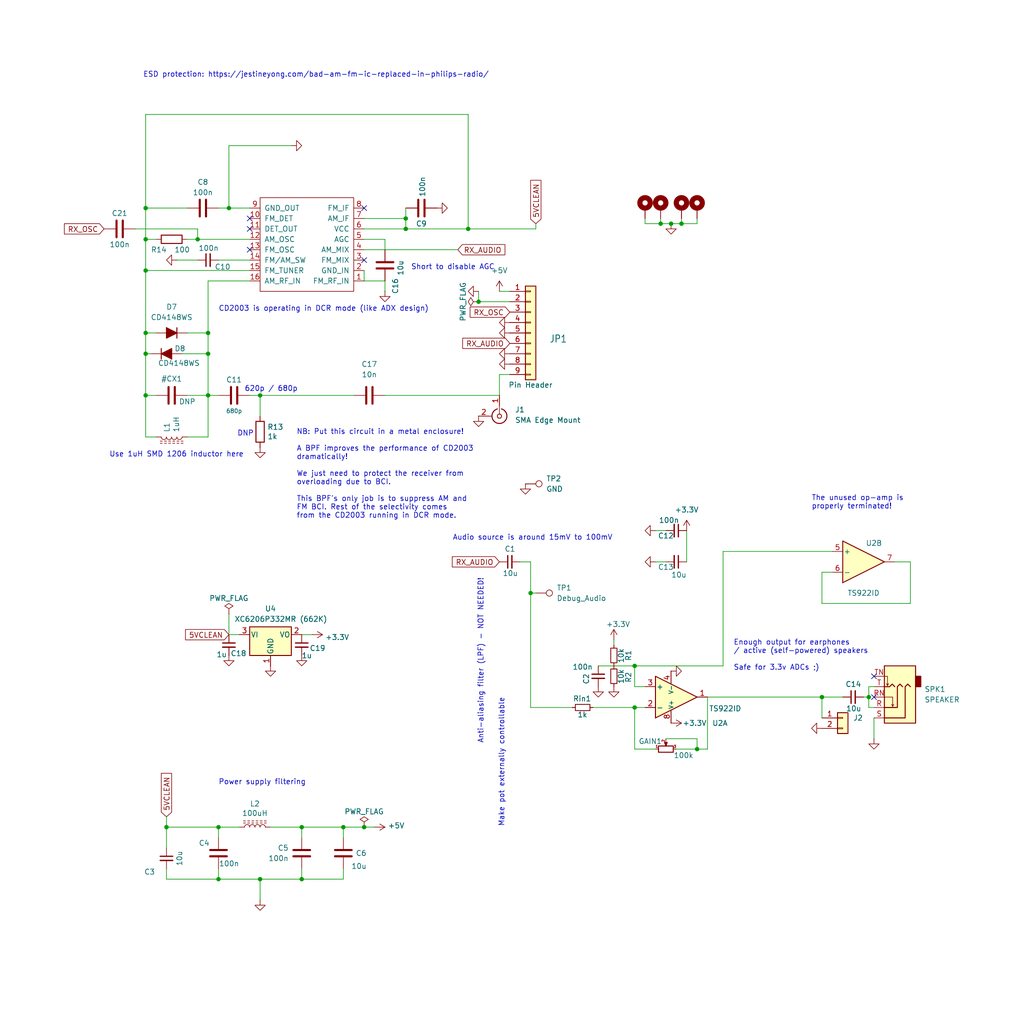
<source format=kicad_sch>
(kicad_sch (version 20241004) (generator "eeschema") (generator_version "8.99")
  (paper "User" 250.012 250.012)
  (title_block (title "Breakout board (BoB) for CD2003 (DCR Mode)") (date "2024-05-05") (rev "v5") (company "Dhiru Kholia (VU3CER)") (comment 1 "Based on ADX and ADX-S designs"))
  (lib_symbols
    (symbol "Connector:Conn_Coaxial" (pin_names (offset 1.016) (hide yes))
      (property "Reference" "J" (at 0.254 3.048 0))
      (property "Value" "Conn_Coaxial" (at 2.921 0 90))
      (symbol "Conn_Coaxial_0_1"
        (polyline (pts (xy -2.54 0) (xy -0.508 0)))
        (arc (start 1.778 0) (mid 0.222 -1.8079) (end -1.778 -0.508) (stroke (width 0.254)))
        (arc (start -1.778 0.508) (mid 0.2221 1.8084) (end 1.778 0) (stroke (width 0.254)))
        (circle (center 0 0) (radius 0.508) (stroke (width 0.2032)))
        (polyline (pts (xy 0 -2.54) (xy 0 -1.778)))
      )
      (symbol "Conn_Coaxial_1_1"
        (pin passive line (at -5.08 0 0) (length 2.54) (name "In") (number "1"))
        (pin passive line (at 0 -5.08 90) (length 2.54) (name "Ext") (number "2"))
      )
    )
    (symbol "Connector:TestPoint" (pin_numbers (hide yes)) (pin_names (offset 0.762) (hide yes))
      (property "Reference" "TP" (at 0 6.858 0))
      (property "Value" "TestPoint" (at 0 5.08 0))
      (symbol "TestPoint_0_1"
        (circle (center 0 3.302) (radius 0.762))
      )
      (symbol "TestPoint_1_1"
        (pin passive line (at 0 0 90) (length 2.54) (name "1") (number "1"))
      )
    )
    (symbol "Connector_Audio:AudioJack3_SwitchTR"
      (property "Reference" "J" (at 0 8.89 0))
      (property "Value" "AudioJack3_SwitchTR" (at 0 6.35 0))
      (symbol "AudioJack3_SwitchTR_0_1"
        (rectangle (start -5.08 -5.08) (end -6.35 -7.62) (stroke (width 0.254)) (fill (type outline)))
        (polyline (pts (xy -1.905 -5.08) (xy -1.27 -5.715) (xy -0.635 -5.08) (xy -0.635 0) (xy 2.54 0)) (stroke (width 0.254)))
        (polyline (pts (xy 0 -5.08) (xy 0.635 -5.715) (xy 1.27 -5.08) (xy 2.54 -5.08)) (stroke (width 0.254)))
        (polyline (pts (xy 0.508 -0.254) (xy 0.762 -0.762)))
        (polyline (pts (xy 1.778 -5.334) (xy 2.032 -5.842)))
        (rectangle (start 2.54 3.81) (end -5.08 -10.16) (stroke (width 0.254)) (fill (type background)))
        (polyline (pts (xy 2.54 2.54) (xy -2.54 2.54) (xy -2.54 -5.08) (xy -3.175 -5.715) (xy -3.81 -5.08)) (stroke (width 0.254)))
        (polyline (pts (xy 2.54 -2.54) (xy 0.508 -2.54) (xy 0.508 -0.254) (xy 0.254 -0.762)))
        (polyline (pts (xy 2.54 -7.62) (xy 1.778 -7.62) (xy 1.778 -5.334) (xy 1.524 -5.842)))
      )
      (symbol "AudioJack3_SwitchTR_1_1"
        (pin passive line (at 5.08 2.54 180) (length 2.54) (name "~") (number "S"))
        (pin passive line (at 5.08 0 180) (length 2.54) (name "~") (number "R"))
        (pin passive line (at 5.08 -2.54 180) (length 2.54) (name "~") (number "RN"))
        (pin passive line (at 5.08 -5.08 180) (length 2.54) (name "~") (number "T"))
        (pin passive line (at 5.08 -7.62 180) (length 2.54) (name "~") (number "TN"))
      )
    )
    (symbol "Connector_Generic:Conn_01x02" (pin_names (offset 1.016) (hide yes))
      (property "Reference" "J" (at 0 2.54 0))
      (property "Value" "Conn_01x02" (at 0 -5.08 0))
      (symbol "Conn_01x02_1_1"
        (rectangle (start -1.27 1.27) (end 1.27 -3.81) (stroke (width 0.254)) (fill (type background)))
        (rectangle (start -1.27 0.127) (end 0 -0.127) (stroke (width 0.1524)))
        (rectangle (start -1.27 -2.413) (end 0 -2.667) (stroke (width 0.1524)))
        (pin passive line (at -5.08 0 0) (length 3.81) (name "Pin_1") (number "1"))
        (pin passive line (at -5.08 -2.54 0) (length 3.81) (name "Pin_2") (number "2"))
      )
    )
    (symbol "Connector_Generic:Conn_01x09" (pin_names (offset 1.016) (hide yes))
      (property "Reference" "J" (at 0 12.7 0))
      (property "Value" "Conn_01x09" (at 0 -12.7 0))
      (symbol "Conn_01x09_1_1"
        (rectangle (start -1.27 11.43) (end 1.27 -11.43) (stroke (width 0.254)) (fill (type background)))
        (rectangle (start -1.27 10.287) (end 0 10.033) (stroke (width 0.1524)))
        (rectangle (start -1.27 7.747) (end 0 7.493) (stroke (width 0.1524)))
        (rectangle (start -1.27 5.207) (end 0 4.953) (stroke (width 0.1524)))
        (rectangle (start -1.27 2.667) (end 0 2.413) (stroke (width 0.1524)))
        (rectangle (start -1.27 0.127) (end 0 -0.127) (stroke (width 0.1524)))
        (rectangle (start -1.27 -2.413) (end 0 -2.667) (stroke (width 0.1524)))
        (rectangle (start -1.27 -4.953) (end 0 -5.207) (stroke (width 0.1524)))
        (rectangle (start -1.27 -7.493) (end 0 -7.747) (stroke (width 0.1524)))
        (rectangle (start -1.27 -10.033) (end 0 -10.287) (stroke (width 0.1524)))
        (pin passive line (at -5.08 10.16 0) (length 3.81) (name "Pin_1") (number "1"))
        (pin passive line (at -5.08 7.62 0) (length 3.81) (name "Pin_2") (number "2"))
        (pin passive line (at -5.08 5.08 0) (length 3.81) (name "Pin_3") (number "3"))
        (pin passive line (at -5.08 2.54 0) (length 3.81) (name "Pin_4") (number "4"))
        (pin passive line (at -5.08 0 0) (length 3.81) (name "Pin_5") (number "5"))
        (pin passive line (at -5.08 -2.54 0) (length 3.81) (name "Pin_6") (number "6"))
        (pin passive line (at -5.08 -5.08 0) (length 3.81) (name "Pin_7") (number "7"))
        (pin passive line (at -5.08 -7.62 0) (length 3.81) (name "Pin_8") (number "8"))
        (pin passive line (at -5.08 -10.16 0) (length 3.81) (name "Pin_9") (number "9"))
      )
    )
    (symbol "Device:C" (pin_numbers (hide yes)) (pin_names (offset 0.254))
      (property "Reference" "C" (at 0.635 2.54 0))
      (property "Value" "C" (at 0.635 -2.54 0))
      (symbol "C_0_1"
        (polyline (pts (xy -2.032 0.762) (xy 2.032 0.762)) (stroke (width 0.508)))
        (polyline (pts (xy -2.032 -0.762) (xy 2.032 -0.762)) (stroke (width 0.508)))
      )
      (symbol "C_1_1"
        (pin passive line (at 0 3.81 270) (length 2.794) (name "~") (number "1"))
        (pin passive line (at 0 -3.81 90) (length 2.794) (name "~") (number "2"))
      )
    )
    (symbol "Device:C_Small" (pin_numbers (hide yes)) (pin_names (offset 0.254) (hide yes))
      (property "Reference" "C" (at 0.254 1.778 0))
      (property "Value" "C_Small" (at 0.254 -2.032 0))
      (symbol "C_Small_0_1"
        (polyline (pts (xy -1.524 0.508) (xy 1.524 0.508)) (stroke (width 0.3048)))
        (polyline (pts (xy -1.524 -0.508) (xy 1.524 -0.508)) (stroke (width 0.3302)))
      )
      (symbol "C_Small_1_1"
        (pin passive line (at 0 2.54 270) (length 2.032) (name "~") (number "1"))
        (pin passive line (at 0 -2.54 90) (length 2.032) (name "~") (number "2"))
      )
    )
    (symbol "Device:L_Ferrite" (pin_numbers (hide yes)) (pin_names (offset 1.016) (hide yes))
      (property "Reference" "L" (at -1.27 0 90))
      (property "Value" "L_Ferrite" (at 2.794 0 90))
      (symbol "L_Ferrite_0_1"
        (arc (start 0 2.54) (mid 0.6323 1.905) (end 0 1.27))
        (arc (start 0 1.27) (mid 0.6323 0.635) (end 0 0))
        (arc (start 0 0) (mid 0.6323 -0.635) (end 0 -1.27))
        (arc (start 0 -1.27) (mid 0.6323 -1.905) (end 0 -2.54))
        (polyline (pts (xy 1.016 2.286) (xy 1.016 2.794)))
        (polyline (pts (xy 1.016 1.27) (xy 1.016 1.778)))
        (polyline (pts (xy 1.016 0.254) (xy 1.016 0.762)))
        (polyline (pts (xy 1.016 -0.762) (xy 1.016 -0.254)))
        (polyline (pts (xy 1.016 -1.778) (xy 1.016 -1.27)))
        (polyline (pts (xy 1.016 -2.794) (xy 1.016 -2.286)))
        (polyline (pts (xy 1.524 2.794) (xy 1.524 2.286)))
        (polyline (pts (xy 1.524 1.778) (xy 1.524 1.27)))
        (polyline (pts (xy 1.524 0.762) (xy 1.524 0.254)))
        (polyline (pts (xy 1.524 -0.254) (xy 1.524 -0.762)))
        (polyline (pts (xy 1.524 -1.27) (xy 1.524 -1.778)))
        (polyline (pts (xy 1.524 -2.286) (xy 1.524 -2.794)))
      )
      (symbol "L_Ferrite_1_1"
        (pin passive line (at 0 3.81 270) (length 1.27) (name "1") (number "1"))
        (pin passive line (at 0 -3.81 90) (length 1.27) (name "2") (number "2"))
      )
    )
    (symbol "Device:R" (pin_numbers (hide yes)) (pin_names (offset 0))
      (property "Reference" "R" (at 2.032 0 90))
      (property "Value" "R" (at 0 0 90))
      (symbol "R_0_1"
        (rectangle (start -1.016 -2.54) (end 1.016 2.54) (stroke (width 0.254)))
      )
      (symbol "R_1_1"
        (pin passive line (at 0 3.81 270) (length 1.27) (name "~") (number "1"))
        (pin passive line (at 0 -3.81 90) (length 1.27) (name "~") (number "2"))
      )
    )
    (symbol "Device:R_Potentiometer_Small" (pin_names (offset 1.016) (hide yes))
      (property "Reference" "RV" (at -4.445 0 90))
      (property "Value" "R_Potentiometer_Small" (at -2.54 0 90))
      (symbol "R_Potentiometer_Small_0_1"
        (rectangle (start 0.762 1.8034) (end -0.762 -1.8034) (stroke (width 0.254)))
        (polyline (pts (xy 0.889 0) (xy 0.635 0) (xy 1.651 0.381) (xy 1.651 -0.381) (xy 0.635 0) (xy 0.889 0)) (fill (type outline)))
      )
      (symbol "R_Potentiometer_Small_1_1"
        (pin passive line (at 0 2.54 270) (length 0.635) (name "1") (number "1"))
        (pin passive line (at 0 -2.54 90) (length 0.635) (name "3") (number "3"))
        (pin passive line (at 2.54 0 180) (length 0.9906) (name "2") (number "2"))
      )
    )
    (symbol "Device:R_Small" (pin_numbers (hide yes)) (pin_names (offset 0.254) (hide yes))
      (property "Reference" "R" (at 0.762 0.508 0))
      (property "Value" "R_Small" (at 0.762 -1.016 0))
      (symbol "R_Small_0_1"
        (rectangle (start -0.762 1.778) (end 0.762 -1.778) (stroke (width 0.2032)))
      )
      (symbol "R_Small_1_1"
        (pin passive line (at 0 2.54 270) (length 0.762) (name "~") (number "1"))
        (pin passive line (at 0 -2.54 90) (length 0.762) (name "~") (number "2"))
      )
    )
    (symbol "Mechanical:MountingHole_Pad" (pin_numbers (hide yes)) (pin_names (offset 1.016) (hide yes))
      (property "Reference" "H" (at 0 6.35 0))
      (property "Value" "MountingHole_Pad" (at 0 4.445 0))
      (symbol "MountingHole_Pad_0_1"
        (circle (center 0 1.27) (radius 1.27) (stroke (width 1.27)))
      )
      (symbol "MountingHole_Pad_1_1"
        (pin input line (at 0 -2.54 90) (length 2.54) (name "1") (number "1"))
      )
    )
    (symbol "PCM_Amplifier_Operational_AKL:TS922ID" (pin_names (offset 0.2))
      (property "Reference" "U" (at 1.27 7.62 0))
      (property "Value" "TS922ID" (at 1.27 5.08 0))
      (symbol "TS922ID_0_1"
        (polyline (pts (xy -3.81 5.08) (xy -3.81 -5.08) (xy 6.35 0) (xy -3.81 5.08)) (stroke (width 0.254)) (fill (type background)))
      )
      (symbol "TS922ID_1_1"
        (pin input line (at -6.35 2.54 0) (length 2.54) (name "-") (number "2"))
        (pin input line (at -6.35 -2.54 0) (length 2.54) (name "+") (number "3"))
        (pin power_in line (at 0 6.35 270) (length 3.18) (name "V+") (number "8"))
        (pin power_in line (at 0 -6.35 90) (length 3.18) (name "V-") (number "4"))
        (pin output line (at 8.89 0 180) (length 2.54) (name "~") (number "1"))
      )
      (symbol "TS922ID_2_1"
        (pin input line (at -6.35 2.54 0) (length 2.54) (name "-") (number "6"))
        (pin input line (at -6.35 -2.54 0) (length 2.54) (name "+") (number "5"))
        (pin output line (at 8.89 0 180) (length 2.54) (name "~") (number "7"))
      )
    )
    (symbol "PCM_Diode_AKL:CD4148WS" (pin_numbers (hide yes)) (pin_names (offset 1.016) (hide yes))
      (property "Reference" "D" (at 0 5.08 0))
      (property "Value" "CD4148WS" (at 0 2.54 0))
      (symbol "CD4148WS_0_1"
        (polyline (pts (xy -1.27 1.27) (xy -1.27 -1.27) (xy 1.27 0) (xy -1.27 1.27)) (stroke (width 0.254)) (fill (type outline)))
        (polyline (pts (xy -1.27 0) (xy 1.27 0)))
        (polyline (pts (xy 1.27 1.27) (xy 1.27 -1.27)) (stroke (width 0.254)))
      )
      (symbol "CD4148WS_1_1"
        (pin passive line (at -3.81 0 0) (length 2.54) (name "A") (number "2"))
        (pin passive line (at 3.81 0 180) (length 2.54) (name "K") (number "1"))
      )
    )
    (symbol "Regulator_Linear:MCP1700x-330xxTT" (pin_names (offset 0.254))
      (property "Reference" "U" (at -3.81 3.175 0))
      (property "Value" "MCP1700x-330xxTT" (at 0 3.175 0))
      (symbol "MCP1700x-330xxTT_0_1"
        (rectangle (start -5.08 1.905) (end 5.08 -5.08) (stroke (width 0.254)) (fill (type background)))
      )
      (symbol "MCP1700x-330xxTT_1_1"
        (pin power_in line (at -7.62 0 0) (length 2.54) (name "VI") (number "3"))
        (pin power_in line (at 0 -7.62 90) (length 2.54) (name "GND") (number "1"))
        (pin power_out line (at 7.62 0 180) (length 2.54) (name "VO") (number "2"))
      )
    )
    (symbol "cd2003gb_gp_fixed:CD2003GB_GP_Fixed" (pin_names (offset 1.016))
      (symbol "CD2003GB_GP_Fixed_0_1"
        (rectangle (start -11.43 17.78) (end 11.43 -5.08))
      )
      (symbol "CD2003GB_GP_Fixed_1_1"
        (pin input line (at -8.89 20.32 270) (length 2.54) (name "AM_RF_IN") (number "16"))
        (pin input line (at -8.89 -7.62 90) (length 2.54) (name "FM_RF_IN") (number "1"))
        (pin input line (at -6.35 20.32 270) (length 2.54) (name "FM_TUNER") (number "15"))
        (pin input line (at -6.35 -7.62 90) (length 2.54) (name "GND_IN") (number "2"))
        (pin input line (at -3.81 20.32 270) (length 2.54) (name "FM/AM_SW") (number "14"))
        (pin input line (at -3.81 -7.62 90) (length 2.54) (name "FM_MIX") (number "3"))
        (pin input line (at -1.27 20.32 270) (length 2.54) (name "FM_OSC") (number "13"))
        (pin input line (at -1.27 -7.62 90) (length 2.54) (name "AM_MIX") (number "4"))
        (pin input line (at 1.27 20.32 270) (length 2.54) (name "AM_OSC") (number "12"))
        (pin passive line (at 1.27 -7.62 90) (length 2.54) (name "AGC") (number "5"))
        (pin input line (at 3.81 20.32 270) (length 2.54) (name "DET_OUT") (number "11"))
        (pin input line (at 3.81 -7.62 90) (length 2.54) (name "VCC") (number "6"))
        (pin input line (at 6.35 20.32 270) (length 2.54) (name "FM_DET") (number "10"))
        (pin input line (at 6.35 -7.62 90) (length 2.54) (name "AM_IF") (number "7"))
        (pin input line (at 8.89 20.32 270) (length 2.54) (name "GND_OUT") (number "9"))
        (pin input line (at 8.89 -7.62 90) (length 2.54) (name "FM_IF") (number "8"))
      )
    )
    (symbol "power:+3.3V" (power) (pin_numbers (hide yes)) (pin_names (offset 0) (hide yes))
      (property "Value" "+3.3V" (at 0 3.556 0))
      (symbol "+3.3V_0_1"
        (polyline (pts (xy -0.762 1.27) (xy 0 2.54)))
        (polyline (pts (xy 0 2.54) (xy 0.762 1.27)))
        (polyline (pts (xy 0 0) (xy 0 2.54)))
      )
      (symbol "+3.3V_1_1"
        (pin power_in line (at 0 0 90) (length 0) (name "~") (number "1"))
      )
    )
    (symbol "power:+5V" (power) (pin_numbers (hide yes)) (pin_names (offset 0) (hide yes))
      (property "Value" "+5V" (at 0 3.556 0))
      (symbol "+5V_0_1"
        (polyline (pts (xy -0.762 1.27) (xy 0 2.54)))
        (polyline (pts (xy 0 2.54) (xy 0.762 1.27)))
        (polyline (pts (xy 0 0) (xy 0 2.54)))
      )
      (symbol "+5V_1_1"
        (pin power_in line (at 0 0 90) (length 0) (name "~") (number "1"))
      )
    )
    (symbol "power:GND" (power) (pin_numbers (hide yes)) (pin_names (offset 0) (hide yes))
      (property "Value" "GND" (at 0 -3.81 0))
      (symbol "GND_0_1"
        (polyline (pts (xy 0 0) (xy 0 -1.27) (xy 1.27 -1.27) (xy 0 -2.54) (xy -1.27 -1.27) (xy 0 -1.27)))
      )
      (symbol "GND_1_1"
        (pin power_in line (at 0 0 270) (length 0) (name "~") (number "1"))
      )
    )
    (symbol "power:PWR_FLAG" (power) (pin_numbers (hide yes)) (pin_names (offset 0) (hide yes))
      (property "Value" "PWR_FLAG" (at 0 3.81 0))
      (symbol "PWR_FLAG_0_0"
        (pin power_out line (at 0 0 90) (length 0) (name "~") (number "1"))
      )
      (symbol "PWR_FLAG_0_1"
        (polyline (pts (xy 0 0) (xy 0 1.27) (xy -1.016 1.905) (xy 0 2.54) (xy 1.016 1.905) (xy 0 1.27)))
      )
    )
  )
  (text "The unused op-amp is \nproperly terminated!" (at 198.12 124.46 0) (effects (font (size 1.27 1.27)) (justify left bottom)))
  (text "Use 1uH SMD 1206 inductor here" (at 26.67 111.76 0) (effects (font (size 1.27 1.27)) (justify left bottom)))
  (text "Short to disable AGC" (at 100.33 66.04 0) (effects (font (size 1.27 1.27)) (justify left bottom)))
  (text "DNP" (at 59.944 105.918 0) (effects (font (size 1.27 1.27))))
  (text "NB: Put this circuit in a metal enclosure!\n\nA BPF improves the performance of CD2003\ndramatically!\n\nWe just need to protect the receiver from\noverloading due to BCI.\n\nThis BPF's only job is to suppress AM and \nFM BCI. Rest of the selectivity comes\nfrom the CD2003 running in DCR mode.\n\n\n" (at 72.39 130.81 0) (effects (font (size 1.27 1.27)) (justify left bottom)))
  (text "Enough output for earphones \n/ active (self-powered) speakers\n\nSafe for 3.3v ADCs ;)" (at 179.07 163.83 0) (effects (font (size 1.27 1.27)) (justify left bottom)))
  (text "Power supply filtering" (at 53.34 191.77 0) (effects (font (size 1.27 1.27)) (justify left bottom)))
  (text "Audio source is around 15mV to 100mV" (at 110.49 132.08 0) (effects (font (size 1.27 1.27)) (justify left bottom)))
  (text "620p / 680p" (at 59.69 95.758 0) (effects (font (size 1.27 1.27)) (justify left bottom)))
  (text "Make pot externally controllable" (at 123.19 201.93 90) (effects (font (size 1.27 1.27)) (justify left bottom)))
  (text "CD2003 is operating in DCR mode (like ADX design)" (at 53.34 76.2 0) (effects (font (size 1.27 1.27)) (justify left bottom)))
  (text "Anti-aliasing filter (LPF) - NOT NEEDED!" (at 118.11 181.61 90) (effects (font (size 1.27 1.27)) (justify left bottom)))
  (text "ESD protection: https://jestineyong.com/bad-am-fm-ic-replaced-in-philips-radio/" (at 119.38 19.05 0) (effects (font (size 1.27 1.27)) (justify right bottom)))
  (junction (at 50.8 86.36))
  (junction (at 35.56 86.36))
  (junction (at 116.84 73.66))
  (junction (at 50.8 96.52))
  (junction (at 73.66 201.93))
  (junction (at 50.8 81.28))
  (junction (at 154.94 162.56))
  (junction (at 63.5 214.63))
  (junction (at 35.56 96.52))
  (junction (at 53.34 201.93))
  (junction (at 88.9 201.93))
  (junction (at 48.26 58.42))
  (junction (at 212.09 170.18))
  (junction (at 99.06 53.34))
  (junction (at 200.66 170.18))
  (junction (at 55.88 50.8))
  (junction (at 161.29 54.61))
  (junction (at 129.54 144.78))
  (junction (at 99.06 55.88))
  (junction (at 40.64 201.93))
  (junction (at 83.82 201.93))
  (junction (at 114.3 55.88))
  (junction (at 73.66 214.63))
  (junction (at 163.83 54.61))
  (junction (at 53.34 214.63))
  (junction (at 35.56 66.04))
  (junction (at 35.56 50.8))
  (junction (at 35.56 58.42))
  (junction (at 154.94 172.72))
  (junction (at 166.37 54.61))
  (junction (at 170.18 182.88))
  (junction (at 63.5 96.52))
  (junction (at 35.56 81.28))
  (no_connect (at 213.36 170.18))
  (no_connect (at 60.96 60.96))
  (no_connect (at 88.9 63.5))
  (no_connect (at 213.36 165.1))
  (no_connect (at 60.96 55.88))
  (no_connect (at 60.96 53.34))
  (no_connect (at 88.9 50.8))
  (wire (pts (xy 163.83 54.61) (xy 166.37 54.61)))
  (wire (pts (xy 129.54 144.78) (xy 129.54 172.72)))
  (wire (pts (xy 121.92 96.52) (xy 121.92 91.44)))
  (wire (pts (xy 73.66 154.94) (xy 76.2 154.94)))
  (wire (pts (xy 222.25 137.16) (xy 222.25 147.32)))
  (wire (pts (xy 157.48 54.61) (xy 161.29 54.61)))
  (wire (pts (xy 166.37 54.61) (xy 170.18 54.61)))
  (wire (pts (xy 50.8 96.52) (xy 53.34 96.52)))
  (wire (pts (xy 212.09 172.72) (xy 212.09 170.18)))
  (wire (pts (xy 53.34 50.8) (xy 55.88 50.8)))
  (wire (pts (xy 121.92 71.12) (xy 124.46 71.12)))
  (wire (pts (xy 60.96 96.52) (xy 63.5 96.52)))
  (wire (pts (xy 53.34 214.63) (xy 63.5 214.63)))
  (wire (pts (xy 45.72 81.28) (xy 50.8 81.28)))
  (wire (pts (xy 35.56 86.36) (xy 35.56 96.52)))
  (wire (pts (xy 63.5 101.6) (xy 63.5 96.52)))
  (wire (pts (xy 93.98 68.58) (xy 93.98 71.12)))
  (wire (pts (xy 210.82 170.18) (xy 212.09 170.18)))
  (wire (pts (xy 114.3 55.88) (xy 130.81 55.88)))
  (wire (pts (xy 162.56 129.54) (xy 160.02 129.54)))
  (wire (pts (xy 161.29 54.61) (xy 163.83 54.61)))
  (wire (pts (xy 162.56 180.34) (xy 170.18 180.34)))
  (wire (pts (xy 157.48 53.34) (xy 157.48 54.61)))
  (wire (pts (xy 40.64 201.93) (xy 40.64 207.01)))
  (wire (pts (xy 83.82 212.09) (xy 83.82 214.63)))
  (wire (pts (xy 38.1 81.28) (xy 35.56 81.28)))
  (wire (pts (xy 121.92 91.44) (xy 124.46 91.44)))
  (wire (pts (xy 55.88 50.8) (xy 55.88 35.56)))
  (wire (pts (xy 170.18 180.34) (xy 170.18 182.88)))
  (wire (pts (xy 162.56 137.16) (xy 160.02 137.16)))
  (wire (pts (xy 203.2 139.7) (xy 200.66 139.7)))
  (wire (pts (xy 170.18 53.34) (xy 170.18 54.61)))
  (wire (pts (xy 55.88 35.56) (xy 71.12 35.56)))
  (wire (pts (xy 35.56 96.52) (xy 38.1 96.52)))
  (wire (pts (xy 40.64 201.93) (xy 53.34 201.93)))
  (wire (pts (xy 154.94 182.88) (xy 154.94 172.72)))
  (wire (pts (xy 40.64 212.09) (xy 40.64 214.63)))
  (wire (pts (xy 129.54 144.78) (xy 130.81 144.78)))
  (wire (pts (xy 63.5 214.63) (xy 73.66 214.63)))
  (wire (pts (xy 154.94 162.56) (xy 154.94 167.64)))
  (wire (pts (xy 93.98 96.52) (xy 121.92 96.52)))
  (wire (pts (xy 83.82 201.93) (xy 88.9 201.93)))
  (wire (pts (xy 154.94 167.64) (xy 157.48 167.64)))
  (wire (pts (xy 154.94 182.88) (xy 160.02 182.88)))
  (wire (pts (xy 35.56 50.8) (xy 45.72 50.8)))
  (wire (pts (xy 60.96 50.8) (xy 55.88 50.8)))
  (wire (pts (xy 55.88 149.86) (xy 55.88 154.94)))
  (wire (pts (xy 165.1 182.88) (xy 170.18 182.88)))
  (wire (pts (xy 73.66 201.93) (xy 73.66 204.47)))
  (wire (pts (xy 213.36 175.26) (xy 213.36 180.34)))
  (wire (pts (xy 116.84 71.12) (xy 116.84 73.66)))
  (wire (pts (xy 99.06 50.8) (xy 99.06 53.34)))
  (wire (pts (xy 53.34 63.5) (xy 60.96 63.5)))
  (wire (pts (xy 88.9 53.34) (xy 99.06 53.34)))
  (wire (pts (xy 154.94 162.56) (xy 176.53 162.56)))
  (wire (pts (xy 83.82 201.93) (xy 83.82 204.47)))
  (wire (pts (xy 73.66 201.93) (xy 83.82 201.93)))
  (wire (pts (xy 218.44 137.16) (xy 222.25 137.16)))
  (wire (pts (xy 200.66 147.32) (xy 222.25 147.32)))
  (wire (pts (xy 212.09 167.64) (xy 213.36 167.64)))
  (wire (pts (xy 200.66 170.18) (xy 205.74 170.18)))
  (wire (pts (xy 50.8 86.36) (xy 50.8 81.28)))
  (wire (pts (xy 129.54 137.16) (xy 129.54 144.78)))
  (wire (pts (xy 35.56 86.36) (xy 36.83 86.36)))
  (wire (pts (xy 213.36 172.72) (xy 212.09 172.72)))
  (wire (pts (xy 176.53 134.62) (xy 176.53 162.56)))
  (wire (pts (xy 35.56 58.42) (xy 35.56 50.8)))
  (wire (pts (xy 99.06 53.34) (xy 99.06 55.88)))
  (wire (pts (xy 53.34 204.47) (xy 53.34 201.93)))
  (wire (pts (xy 50.8 96.52) (xy 50.8 86.36)))
  (wire (pts (xy 144.78 172.72) (xy 154.94 172.72)))
  (wire (pts (xy 35.56 66.04) (xy 35.56 58.42)))
  (wire (pts (xy 146.05 162.56) (xy 154.94 162.56)))
  (wire (pts (xy 88.9 60.96) (xy 111.76 60.96)))
  (wire (pts (xy 50.8 68.58) (xy 60.96 68.58)))
  (wire (pts (xy 114.3 27.94) (xy 114.3 55.88)))
  (wire (pts (xy 200.66 170.18) (xy 200.66 175.26)))
  (wire (pts (xy 43.18 63.5) (xy 48.26 63.5)))
  (wire (pts (xy 176.53 134.62) (xy 203.2 134.62)))
  (wire (pts (xy 73.66 212.09) (xy 73.66 214.63)))
  (wire (pts (xy 35.56 81.28) (xy 35.56 86.36)))
  (wire (pts (xy 35.56 66.04) (xy 60.96 66.04)))
  (wire (pts (xy 88.9 68.58) (xy 93.98 68.58)))
  (wire (pts (xy 154.94 172.72) (xy 157.48 172.72)))
  (wire (pts (xy 127 137.16) (xy 129.54 137.16)))
  (wire (pts (xy 212.09 170.18) (xy 212.09 167.64)))
  (wire (pts (xy 116.84 73.66) (xy 124.46 73.66)))
  (wire (pts (xy 35.56 50.8) (xy 35.56 27.94)))
  (wire (pts (xy 48.26 58.42) (xy 60.96 58.42)))
  (wire (pts (xy 88.9 55.88) (xy 99.06 55.88)))
  (wire (pts (xy 38.1 106.68) (xy 35.56 106.68)))
  (wire (pts (xy 200.66 139.7) (xy 200.66 147.32)))
  (wire (pts (xy 50.8 68.58) (xy 50.8 81.28)))
  (wire (pts (xy 53.34 212.09) (xy 53.34 214.63)))
  (wire (pts (xy 35.56 27.94) (xy 114.3 27.94)))
  (wire (pts (xy 38.1 58.42) (xy 35.56 58.42)))
  (wire (pts (xy 63.5 219.71) (xy 63.5 214.63)))
  (wire (pts (xy 129.54 172.72) (xy 139.7 172.72)))
  (wire (pts (xy 170.18 182.88) (xy 172.72 182.88)))
  (wire (pts (xy 45.72 106.68) (xy 50.8 106.68)))
  (wire (pts (xy 40.64 199.39) (xy 40.64 201.93)))
  (wire (pts (xy 35.56 66.04) (xy 35.56 81.28)))
  (wire (pts (xy 45.72 96.52) (xy 50.8 96.52)))
  (wire (pts (xy 99.06 55.88) (xy 114.3 55.88)))
  (wire (pts (xy 50.8 96.52) (xy 50.8 106.68)))
  (wire (pts (xy 35.56 96.52) (xy 35.56 106.68)))
  (wire (pts (xy 40.64 214.63) (xy 53.34 214.63)))
  (wire (pts (xy 166.37 53.34) (xy 166.37 54.61)))
  (wire (pts (xy 33.02 55.88) (xy 48.26 55.88)))
  (wire (pts (xy 55.88 154.94) (xy 58.42 154.94)))
  (wire (pts (xy 93.98 58.42) (xy 93.98 60.96)))
  (wire (pts (xy 149.86 156.21) (xy 149.86 157.48)))
  (wire (pts (xy 45.72 58.42) (xy 48.26 58.42)))
  (wire (pts (xy 130.81 54.61) (xy 130.81 55.88)))
  (wire (pts (xy 73.66 214.63) (xy 83.82 214.63)))
  (wire (pts (xy 161.29 53.34) (xy 161.29 54.61)))
  (wire (pts (xy 172.72 170.18) (xy 172.72 182.88)))
  (wire (pts (xy 48.26 55.88) (xy 48.26 58.42)))
  (wire (pts (xy 88.9 66.04) (xy 88.9 68.58)))
  (wire (pts (xy 167.64 129.54) (xy 167.64 137.16)))
  (wire (pts (xy 53.34 201.93) (xy 58.42 201.93)))
  (wire (pts (xy 88.9 201.93) (xy 91.44 201.93)))
  (wire (pts (xy 66.04 201.93) (xy 73.66 201.93)))
  (wire (pts (xy 88.9 58.42) (xy 93.98 58.42)))
  (wire (pts (xy 44.45 86.36) (xy 50.8 86.36)))
  (wire (pts (xy 63.5 96.52) (xy 86.36 96.52)))
  (wire (pts (xy 172.72 170.18) (xy 200.66 170.18)))
  (global_label "RX_AUDIO" (shape input) (at 124.46 83.82 180) (property "Intersheetrefs" "${INTERSHEET_REFS}" (effects (hide yes))))
  (global_label "RX_OSC" (shape input) (at 25.4 55.88 180) (property "Intersheetrefs" "${INTERSHEET_REFS}" (effects (hide yes))))
  (global_label "5VCLEAN" (shape input) (at 55.88 154.94 180) (property "Intersheetrefs" "${INTERSHEET_REFS}" (effects (hide yes))))
  (global_label "RX_AUDIO" (shape input) (at 111.76 60.96 0) (property "Intersheetrefs" "${INTERSHEET_REFS}" (effects (hide yes))))
  (global_label "5VCLEAN" (shape input) (at 130.81 54.61 90) (property "Intersheetrefs" "${INTERSHEET_REFS}" (effects (hide yes))))
  (global_label "5VCLEAN" (shape input) (at 40.64 199.39 90) (property "Intersheetrefs" "${INTERSHEET_REFS}" (effects (hide yes))))
  (global_label "RX_AUDIO" (shape input) (at 121.92 137.16 180) (property "Intersheetrefs" "${INTERSHEET_REFS}" (effects (hide yes))))
  (global_label "RX_OSC" (shape input) (at 124.46 76.2 180) (property "Intersheetrefs" "${INTERSHEET_REFS}" (effects (hide yes))))
  (symbol (lib_id "power:+5V") (at 121.92 71.12 0) (unit 1)
    (property "Reference" "#PWR0107" (effects (hide yes)))
    (property "Value" "+5V" (at 121.92 66.04 0))
    (property "Description" "Power symbol creates a global label with name \"+5V\"" (effects (hide yes)))
  )
  (symbol (lib_id "Device:L_Ferrite") (at 41.91 106.68 270) (unit 1)
    (property "Reference" "L1" (at 40.7416 105.5624 0) (effects (justify right)))
    (property "Value" "1uH" (at 43.053 105.5624 0) (effects (justify right)))
    (property "Footprint" "Inductor_SMD:L_1206_3216Metric_Pad1.22x1.90mm_HandSolder" (effects (hide yes)))
  )
  (symbol (lib_id "Device:C_Small") (at 165.1 137.16 270) (unit 1)
    (property "Reference" "C13" (at 162.56 138.43 90))
    (property "Value" "10u" (at 165.735 140.335 90))
    (property "Footprint" "Capacitor_SMD:C_1206_3216Metric_Pad1.33x1.80mm_HandSolder" (effects (hide yes)))
    (property "Sim.Device" "SPICE" (effects (hide yes)))
    (property "Sim.Params" "type=\"\" model=\"10u\" lib=\"\"" (effects (hide yes)))
    (property "Sim.Pins" "1=1 2=2" (effects (hide yes)))
  )
  (symbol (lib_id "Device:C") (at 93.98 64.77 0) (unit 1)
    (property "Reference" "C16" (at 96.52 69.85 90))
    (property "Value" "10u" (at 97.79 65.405 90))
    (property "Footprint" "Capacitor_SMD:C_1206_3216Metric_Pad1.33x1.80mm_HandSolder" (effects (hide yes)))
  )
  (symbol (lib_id "Device:C") (at 102.87 50.8 90) (unit 1)
    (property "Reference" "C9" (at 102.87 54.61 90))
    (property "Value" "100n" (at 103.124 45.593 0))
    (property "Footprint" "Capacitor_SMD:C_1206_3216Metric_Pad1.33x1.80mm_HandSolder" (effects (hide yes)))
  )
  (symbol (lib_id "cd2003gb_gp_fixed:CD2003GB_GP_Fixed") (at 81.28 59.69 90) (unit 1)
    (property "Reference" "U1" (effects (hide yes)))
    (property "Value" "CD2003GB_GP" (effects (hide yes)))
    (property "Footprint" "Package_SO:SOP-16_3.9x9.9mm_P1.27mm" (effects (hide yes)))
  )
  (symbol (lib_id "Device:C") (at 29.21 55.88 270) (unit 1)
    (property "Reference" "C21" (at 29.21 52.07 90))
    (property "Value" "100n" (at 29.21 59.69 90))
    (property "Footprint" "Capacitor_SMD:C_1206_3216Metric_Pad1.33x1.80mm_HandSolder" (effects (hide yes)))
  )
  (symbol (lib_id "PCM_Amplifier_Operational_AKL:TS922ID") (at 209.55 137.16 0) (mirror x) (unit 2)
    (property "Reference" "U2" (at 213.36 132.588 0))
    (property "Value" "TS922ID" (at 210.82 144.78 0))
    (property "Footprint" "Package_SO:SO-8_3.9x4.9mm_P1.27mm" (effects (hide yes)))
    (property "Datasheet" "https://www.st.com/resource/en/datasheet/ts922.pdf" (effects (hide yes)))
    (property "Description" "SO-8 Dual CMOS RRIO Operational Amplifier, 3mV Offset, 2μV/°C Drift, 4MHz GBW, Alternate KiCAD Library" (effects (hide yes)))
  )
  (symbol (lib_id "power:GND") (at 124.46 88.9 270) (unit 1)
    (property "Reference" "#PWR017" (effects (hide yes)))
    (property "Value" "GND" (effects (hide yes)))
    (property "Description" "Power symbol creates a global label with name \"GND\" , ground" (effects (hide yes)))
  )
  (symbol (lib_id "power:+3.3V") (at 163.83 176.53 270) (unit 1)
    (property "Reference" "#PWR013" (effects (hide yes)))
    (property "Value" "+3.3V" (at 166.624 176.53 90) (effects (justify left)))
    (property "Description" "Power symbol creates a global label with name \"+3.3V\"" (effects (hide yes)))
  )
  (symbol (lib_id "Connector_Audio:AudioJack3_SwitchTR") (at 218.44 172.72 180) (unit 1)
    (property "Reference" "SPK1" (at 225.679 168.2749 0) (effects (justify right)))
    (property "Value" "SPEAKER" (at 225.679 170.8149 0) (effects (justify right)))
    (property "Footprint" "footprints:PJ-307_Modded" (effects (hide yes)))
  )
  (symbol (lib_id "Device:C_Small") (at 50.8 63.5 90) (unit 1)
    (property "Reference" "C10" (at 54.356 65.151 90))
    (property "Value" "100n" (at 50.927 60.579 90))
    (property "Footprint" "Capacitor_SMD:C_1206_3216Metric_Pad1.33x1.80mm_HandSolder" (effects (hide yes)))
  )
  (symbol (lib_id "power:+3.3V") (at 76.2 154.94 270) (unit 1)
    (property "Reference" "#PWR025" (effects (hide yes)))
    (property "Value" "+3.3V" (at 79.375 155.575 90) (effects (justify left)))
  )
  (symbol (lib_id "power:GND") (at 160.02 137.16 270) (unit 1)
    (property "Reference" "#PWR010" (effects (hide yes)))
    (property "Value" "GND" (effects (hide yes)))
    (property "Description" "Power symbol creates a global label with name \"GND\" , ground" (effects (hide yes)))
  )
  (symbol (lib_id "power:PWR_FLAG") (at 116.84 73.66 90) (unit 1)
    (property "Reference" "#FLG01" (effects (hide yes)))
    (property "Value" "PWR_FLAG" (at 113.03 73.66 0))
    (property "Description" "Special symbol for telling ERC where power comes from" (effects (hide yes)))
  )
  (symbol (lib_id "power:+3.3V") (at 167.64 129.54 0) (unit 1)
    (property "Reference" "#PWR015" (effects (hide yes)))
    (property "Value" "+3.3V" (at 167.64 124.46 0))
    (property "Description" "Power symbol creates a global label with name \"+3.3V\"" (effects (hide yes)))
  )
  (symbol (lib_id "power:GND") (at 71.12 35.56 90) (unit 1)
    (property "Reference" "#PWR0132" (effects (hide yes)))
    (property "Value" "GND" (effects (hide yes)))
    (property "Description" "Power symbol creates a global label with name \"GND\" , ground" (effects (hide yes)))
  )
  (symbol (lib_id "Connector:TestPoint") (at 130.81 144.78 270) (unit 1)
    (property "Reference" "TP1" (at 135.89 143.51 90) (effects (justify left)))
    (property "Value" "Debug_Audio" (at 135.89 146.05 90) (effects (justify left)))
    (property "Footprint" "TestPoint:TestPoint_THTPad_2.0x2.0mm_Drill1.0mm" (effects (hide yes)))
  )
  (symbol (lib_id "power:GND") (at 63.5 109.22 0) (unit 1)
    (property "Reference" "#PWR028" (effects (hide yes)))
    (property "Value" "GND" (effects (hide yes)))
    (property "Description" "Power symbol creates a global label with name \"GND\" , ground" (effects (hide yes)))
  )
  (symbol (lib_id "power:PWR_FLAG") (at 88.9 201.93 0) (unit 1)
    (property "Reference" "#FLG02" (effects (hide yes)))
    (property "Value" "PWR_FLAG" (at 88.9 198.12 0))
    (property "Description" "Special symbol for telling ERC where power comes from" (effects (hide yes)))
  )
  (symbol (lib_id "Device:C") (at 83.82 208.28 0) (mirror y) (unit 1)
    (property "Reference" "C6" (at 89.535 208.28 0) (effects (justify left)))
    (property "Value" "10u" (at 89.535 211.455 0) (effects (justify left)))
    (property "Footprint" "Capacitor_SMD:C_1206_3216Metric_Pad1.33x1.80mm_HandSolder" (effects (hide yes)))
  )
  (symbol (lib_id "power:GND") (at 146.05 167.64 0) (unit 1)
    (property "Reference" "#PWR08" (effects (hide yes)))
    (property "Value" "GND" (effects (hide yes)))
    (property "Description" "Power symbol creates a global label with name \"GND\" , ground" (effects (hide yes)))
  )
  (symbol (lib_id "power:GND") (at 63.5 219.71 0) (unit 1)
    (property "Reference" "#PWR03" (effects (hide yes)))
    (property "Value" "GND" (effects (hide yes)))
    (property "Description" "Power symbol creates a global label with name \"GND\" , ground" (effects (hide yes)))
  )
  (symbol (lib_id "Regulator_Linear:MCP1700x-330xxTT") (at 66.04 154.94 0) (unit 1)
    (property "Reference" "U4" (at 66.04 148.59 0))
    (property "Value" "XC6206P332MR (662K)" (at 68.58 151.13 0))
    (property "Footprint" "Package_TO_SOT_SMD:SOT-23_Handsoldering" (effects (hide yes)))
    (property "Datasheet" "http://ww1.microchip.com/downloads/en/DeviceDoc/20001826D.pdf" (effects (hide yes)))
    (property "Description" "250mA Low Quiscent Current LDO, 3.3V output, SOT-23" (effects (hide yes)))
  )
  (symbol (lib_id "Device:C_Small") (at 73.66 157.48 0) (unit 1)
    (property "Reference" "C19" (at 79.502 158.242 0) (effects (justify right)))
    (property "Value" "1u" (at 76.2 160.02 0) (effects (justify right)))
    (property "Footprint" "Capacitor_SMD:C_1206_3216Metric_Pad1.33x1.80mm_HandSolder" (effects (hide yes)))
    (property "Description" "Unpolarized capacitor, small symbol" (effects (hide yes)))
  )
  (symbol (lib_id "Device:C_Small") (at 40.64 209.55 0) (unit 1)
    (property "Reference" "C3" (at 35.179 212.852 0) (effects (justify left)))
    (property "Value" "10u" (at 43.815 211.455 90) (effects (justify left)))
    (property "Footprint" "Capacitor_SMD:C_1206_3216Metric_Pad1.33x1.80mm_HandSolder" (effects (hide yes)))
  )
  (symbol (lib_id "Connector_Generic:Conn_01x02") (at 205.74 175.26 0) (unit 1)
    (property "Reference" "J2" (at 208.28 175.26 0) (effects (justify left)))
    (property "Value" "Conn_01x02" (effects (hide yes)))
    (property "Footprint" "Connector_PinHeader_2.54mm:PinHeader_1x02_P2.54mm_Vertical" (effects (hide yes)))
  )
  (symbol (lib_id "Device:C") (at 49.53 50.8 90) (mirror x) (unit 1)
    (property "Reference" "C8" (at 49.53 44.45 90))
    (property "Value" "100n" (at 49.53 46.99 90))
    (property "Footprint" "Capacitor_SMD:C_1206_3216Metric_Pad1.33x1.80mm_HandSolder" (effects (hide yes)))
  )
  (symbol (lib_id "power:GND") (at 149.86 167.64 0) (unit 1)
    (property "Reference" "#PWR09" (effects (hide yes)))
    (property "Value" "GND" (effects (hide yes)))
    (property "Description" "Power symbol creates a global label with name \"GND\" , ground" (effects (hide yes)))
  )
  (symbol (lib_id "Mechanical:MountingHole_Pad") (at 166.37 50.8 0) (unit 1)
    (property "Reference" "H3" (effects (hide yes)))
    (property "Value" "MountingHole_Pad" (effects (hide yes)))
    (property "Footprint" "MountingHole:MountingHole_2.2mm_M2_Pad" (effects (hide yes)))
  )
  (symbol (lib_id "power:GND") (at 128.27 118.11 0) (unit 1)
    (property "Reference" "#PWR06" (effects (hide yes)))
    (property "Value" "GND" (effects (hide yes)))
    (property "Description" "Power symbol creates a global label with name \"GND\" , ground" (effects (hide yes)))
  )
  (symbol (lib_id "Device:R_Small") (at 149.86 160.02 0) (unit 1)
    (property "Reference" "R1" (at 153.416 160.02 90))
    (property "Value" "10k" (at 151.6126 160.0708 90))
    (property "Footprint" "Resistor_SMD:R_1206_3216Metric_Pad1.30x1.75mm_HandSolder" (effects (hide yes)))
  )
  (symbol (lib_id "Device:R_Potentiometer_Small") (at 162.56 182.88 90) (unit 1)
    (property "Reference" "GAIN1" (at 158.75 180.975 90))
    (property "Value" "100k" (at 166.878 184.404 90))
    (property "Footprint" "Connector_PinHeader_2.54mm:PinHeader_1x03_P2.54mm_Vertical" (effects (hide yes)))
    (property "Source" "NA" (effects (hide yes)))
  )
  (symbol (lib_id "Device:C") (at 73.66 208.28 0) (mirror y) (unit 1)
    (property "Reference" "C5" (at 70.485 207.01 0) (effects (justify left)))
    (property "Value" "100n" (at 70.485 209.55 0) (effects (justify left)))
    (property "Footprint" "Capacitor_SMD:C_1206_3216Metric_Pad1.33x1.80mm_HandSolder" (effects (hide yes)))
  )
  (symbol (lib_id "Mechanical:MountingHole_Pad") (at 157.48 50.8 0) (unit 1)
    (property "Reference" "H1" (effects (hide yes)))
    (property "Value" "MountingHole_Pad" (effects (hide yes)))
    (property "Footprint" "MountingHole:MountingHole_2.2mm_M2_Pad" (effects (hide yes)))
  )
  (symbol (lib_id "power:GND") (at 116.84 71.12 270) (unit 1)
    (property "Reference" "#PWR027" (effects (hide yes)))
    (property "Value" "GND" (effects (hide yes)))
    (property "Description" "Power symbol creates a global label with name \"GND\" , ground" (effects (hide yes)))
  )
  (symbol (lib_id "power:GND") (at 55.88 160.02 0) (unit 1)
    (property "Reference" "#PWR022" (effects (hide yes)))
    (property "Value" "GND" (effects (hide yes)))
  )
  (symbol (lib_id "power:GND") (at 93.98 71.12 0) (unit 1)
    (property "Reference" "#PWR02" (effects (hide yes)))
    (property "Value" "GND" (effects (hide yes)))
    (property "Description" "Power symbol creates a global label with name \"GND\" , ground" (effects (hide yes)))
  )
  (symbol (lib_id "power:GND") (at 43.18 63.5 270) (unit 1)
    (property "Reference" "#PWR0131" (effects (hide yes)))
    (property "Value" "GND" (effects (hide yes)))
    (property "Description" "Power symbol creates a global label with name \"GND\" , ground" (effects (hide yes)))
  )
  (symbol (lib_id "Device:C_Small") (at 124.46 137.16 90) (unit 1)
    (property "Reference" "C1" (at 124.5108 134.0104 90))
    (property "Value" "10u" (at 124.587 139.954 90))
    (property "Footprint" "Capacitor_SMD:C_1206_3216Metric_Pad1.33x1.80mm_HandSolder" (effects (hide yes)))
  )
  (symbol (lib_id "Device:R") (at 63.5 105.41 0) (unit 1)
    (property "Reference" "R13" (at 65.278 104.2416 0) (effects (justify left)))
    (property "Value" "1k" (at 65.278 106.553 0) (effects (justify left)))
    (property "Footprint" "Resistor_SMD:R_1206_3216Metric_Pad1.30x1.75mm_HandSolder" (effects (hide yes)))
  )
  (symbol (lib_id "power:GND") (at 163.83 54.61 0) (unit 1)
    (property "Reference" "#PWR01" (effects (hide yes)))
    (property "Value" "GND" (effects (hide yes)))
    (property "Description" "Power symbol creates a global label with name \"GND\" , ground" (effects (hide yes)))
  )
  (symbol (lib_id "Mechanical:MountingHole_Pad") (at 170.18 50.8 0) (unit 1)
    (property "Reference" "H4" (effects (hide yes)))
    (property "Value" "MountingHole_Pad" (effects (hide yes)))
    (property "Footprint" "MountingHole:MountingHole_2.2mm_M2_Pad" (effects (hide yes)))
  )
  (symbol (lib_id "power:GND") (at 73.66 160.02 0) (unit 1)
    (property "Reference" "#PWR024" (effects (hide yes)))
    (property "Value" "GND" (effects (hide yes)))
  )
  (symbol (lib_id "Device:C") (at 90.17 96.52 90) (unit 1)
    (property "Reference" "C17" (at 90.17 88.9 90))
    (property "Value" "10n" (at 90.17 91.44 90))
    (property "Footprint" "Capacitor_SMD:C_1206_3216Metric_Pad1.33x1.80mm_HandSolder" (effects (hide yes)))
  )
  (symbol (lib_id "power:GND") (at 124.46 86.36 270) (unit 1)
    (property "Reference" "#PWR018" (effects (hide yes)))
    (property "Value" "GND" (effects (hide yes)))
    (property "Description" "Power symbol creates a global label with name \"GND\" , ground" (effects (hide yes)))
  )
  (symbol (lib_id "Connector:Conn_Coaxial") (at 121.92 101.6 270) (unit 1)
    (property "Reference" "J1" (at 125.73 100.0124 90) (effects (justify left)))
    (property "Value" "SMA Edge Mount" (at 125.73 102.5524 90) (effects (justify left)))
    (property "Footprint" "Connector_Coaxial:SMA_Samtec_SMA-J-P-H-ST-EM1_EdgeMount" (effects (hide yes)))
    (property "Description" "coaxial connector (BNC, SMA, SMB, SMC, Cinch/RCA, LEMO, ...)" (effects (hide yes)))
  )
  (symbol (lib_id "Device:C_Small") (at 55.88 157.48 0) (unit 1)
    (property "Reference" "C18" (at 60.198 159.512 0) (effects (justify right)))
    (property "Value" "1u" (at 52.832 159.766 0) (effects (justify left)))
    (property "Footprint" "Capacitor_SMD:C_1206_3216Metric_Pad1.33x1.80mm_HandSolder" (effects (hide yes)))
    (property "Description" "Unpolarized capacitor, small symbol" (effects (hide yes)))
  )
  (symbol (lib_id "Device:R") (at 41.91 58.42 270) (unit 1)
    (property "Reference" "R14" (at 36.83 60.96 90) (effects (justify left)))
    (property "Value" "100" (at 42.545 60.96 90) (effects (justify left)))
    (property "Footprint" "Resistor_SMD:R_1206_3216Metric_Pad1.30x1.75mm_HandSolder" (effects (hide yes)))
  )
  (symbol (lib_id "Device:L_Ferrite") (at 62.23 201.93 270) (mirror x) (unit 1)
    (property "Reference" "L2" (at 62.23 196.215 90))
    (property "Value" "100uH" (at 62.23 198.5264 90))
    (property "Footprint" "Inductor_SMD:L_1206_3216Metric_Pad1.22x1.90mm_HandSolder" (effects (hide yes)))
  )
  (symbol (lib_id "power:GND") (at 200.66 177.8 270) (mirror x) (unit 1)
    (property "Reference" "#PWR020" (effects (hide yes)))
    (property "Value" "GND" (effects (hide yes)))
    (property "Description" "Power symbol creates a global label with name \"GND\" , ground" (effects (hide yes)))
  )
  (symbol (lib_id "Device:C_Small") (at 208.28 170.18 90) (unit 1)
    (property "Reference" "C14" (at 208.3308 167.0304 90))
    (property "Value" "10u" (at 208.407 172.974 90))
    (property "Footprint" "Capacitor_SMD:C_1206_3216Metric_Pad1.33x1.80mm_HandSolder" (effects (hide yes)))
  )
  (symbol (lib_id "Device:C") (at 57.15 96.52 270) (unit 1)
    (property "Reference" "C11" (at 57.15 92.71 90))
    (property "Value" "680p" (at 57.15 100.33 90) (effects (font (size 1 1))))
    (property "Footprint" "Capacitor_SMD:C_1206_3216Metric_Pad1.33x1.80mm_HandSolder" (effects (hide yes)))
  )
  (symbol (lib_id "power:GND") (at 163.83 163.83 90) (unit 1)
    (property "Reference" "#PWR016" (effects (hide yes)))
    (property "Value" "GND" (effects (hide yes)))
    (property "Description" "Power symbol creates a global label with name \"GND\" , ground" (effects (hide yes)))
  )
  (symbol (lib_id "Device:C") (at 53.34 208.28 0) (mirror y) (unit 1)
    (property "Reference" "C4" (at 51.2064 205.8162 0) (effects (justify left)))
    (property "Value" "100n" (at 58.42 210.82 0) (effects (justify left)))
    (property "Footprint" "Capacitor_SMD:C_1206_3216Metric_Pad1.33x1.80mm_HandSolder" (effects (hide yes)))
  )
  (symbol (lib_id "Mechanical:MountingHole_Pad") (at 161.29 50.8 0) (unit 1)
    (property "Reference" "H2" (effects (hide yes)))
    (property "Value" "MountingHole_Pad" (effects (hide yes)))
    (property "Footprint" "MountingHole:MountingHole_2.2mm_M2_Pad" (effects (hide yes)))
  )
  (symbol (lib_id "Device:C_Small") (at 165.1 129.54 270) (unit 1)
    (property "Reference" "C12" (at 162.56 130.81 90))
    (property "Value" "100n" (at 163.322 127 90))
    (property "Footprint" "Capacitor_SMD:C_1206_3216Metric_Pad1.33x1.80mm_HandSolder" (effects (hide yes)))
    (property "Sim.Device" "SPICE" (effects (hide yes)))
    (property "Sim.Params" "type=\"\" model=\"10u\" lib=\"\"" (effects (hide yes)))
    (property "Sim.Pins" "1=1 2=2" (effects (hide yes)))
  )
  (symbol (lib_id "power:GND") (at 124.46 78.74 270) (unit 1)
    (property "Reference" "#PWR026" (effects (hide yes)))
    (property "Value" "GND" (effects (hide yes)))
    (property "Description" "Power symbol creates a global label with name \"GND\" , ground" (effects (hide yes)))
  )
  (symbol (lib_id "power:GND") (at 66.04 162.56 0) (unit 1)
    (property "Reference" "#PWR023" (effects (hide yes)))
    (property "Value" "GND" (effects (hide yes)))
  )
  (symbol (lib_id "power:PWR_FLAG") (at 55.88 149.86 0) (unit 1)
    (property "Reference" "#FLG04" (effects (hide yes)))
    (property "Value" "PWR_FLAG" (at 55.88 146.05 0))
  )
  (symbol (lib_id "power:GND") (at 213.36 180.34 0) (mirror y) (unit 1)
    (property "Reference" "#PWR021" (effects (hide yes)))
    (property "Value" "GND" (effects (hide yes)))
    (property "Description" "Power symbol creates a global label with name \"GND\" , ground" (effects (hide yes)))
  )
  (symbol (lib_id "power:GND") (at 124.46 81.28 270) (unit 1)
    (property "Reference" "#PWR019" (effects (hide yes)))
    (property "Value" "GND" (effects (hide yes)))
    (property "Description" "Power symbol creates a global label with name \"GND\" , ground" (effects (hide yes)))
  )
  (symbol (lib_id "power:+3.3V") (at 149.86 156.21 0) (unit 1)
    (property "Reference" "#PWR011" (effects (hide yes)))
    (property "Value" "+3.3V" (at 147.955 152.4 0) (effects (justify left)))
    (property "Description" "Power symbol creates a global label with name \"+3.3V\"" (effects (hide yes)))
  )
  (symbol (lib_id "PCM_Diode_AKL:CD4148WS") (at 40.64 86.36 180) (unit 1)
    (property "Reference" "D8" (at 43.942 85.09 0))
    (property "Value" "CD4148WS" (at 43.688 88.646 0))
    (property "Footprint" "PCM_Diode_SMD_AKL:D_0805_2012Metric" (effects (hide yes)))
    (property "Datasheet" "https://datasheet.octopart.com/CD4148WS%280805C%29-Diodes-Inc.-datasheet-23752567.pdf" (effects (hide yes)))
    (property "Description" "0805 Diode, Small Signal, Fast Switching, 75V, 150mA, 4ns, Alternate KiCad Library" (effects (hide yes)))
  )
  (symbol (lib_id "PCM_Amplifier_Operational_AKL:TS922ID") (at 163.83 170.18 0) (mirror x) (unit 1)
    (property "Reference" "U2" (at 175.768 176.53 0))
    (property "Value" "TS922ID" (at 177.038 172.974 0))
    (property "Footprint" "Package_SO:SO-8_3.9x4.9mm_P1.27mm" (effects (hide yes)))
    (property "Datasheet" "https://www.st.com/resource/en/datasheet/ts922.pdf" (effects (hide yes)))
    (property "Description" "SO-8 Dual CMOS RRIO Operational Amplifier, 3mV Offset, 2μV/°C Drift, 4MHz GBW, Alternate KiCAD Library" (effects (hide yes)))
  )
  (symbol (lib_id "power:+5V") (at 91.44 201.93 270) (mirror x) (unit 1)
    (property "Reference" "#PWR04" (effects (hide yes)))
    (property "Value" "+5V" (at 94.6912 201.549 90) (effects (justify left)))
    (property "Description" "Power symbol creates a global label with name \"+5V\"" (effects (hide yes)))
  )
  (symbol (lib_id "Connector_Generic:Conn_01x09") (at 129.54 81.28 0) (unit 1)
    (property "Reference" "JP1" (at 134.112 83.693 0) (effects (font (size 1.778 1.5113)) (justify left bottom)))
    (property "Value" "Pin Header" (at 129.54 93.98 0))
    (property "Footprint" "footprints:PinSocket_1x09_P2.54mm_Vertical_Custom" (effects (hide yes)))
  )
  (symbol (lib_id "Device:C_Small") (at 146.05 165.1 0) (unit 1)
    (property "Reference" "C2" (at 143.129 165.735 90))
    (property "Value" "100n" (at 142.24 162.814 0))
    (property "Footprint" "Capacitor_SMD:C_1206_3216Metric_Pad1.33x1.80mm_HandSolder" (effects (hide yes)))
    (property "Sim.Device" "SPICE" (effects (hide yes)))
    (property "Sim.Params" "type=\"\" model=\"10u\" lib=\"\"" (effects (hide yes)))
    (property "Sim.Pins" "1=1 2=2" (effects (hide yes)))
  )
  (symbol (lib_id "power:GND") (at 106.68 50.8 90) (unit 1)
    (property "Reference" "#PWR05" (effects (hide yes)))
    (property "Value" "GND" (effects (hide yes)))
    (property "Description" "Power symbol creates a global label with name \"GND\" , ground" (effects (hide yes)))
  )
  (symbol (lib_id "Device:R_Small") (at 142.24 172.72 270) (unit 1)
    (property "Reference" "Rin1" (at 142.113 170.561 90))
    (property "Value" "1k" (at 142.1892 174.4726 90))
    (property "Footprint" "Resistor_SMD:R_1206_3216Metric_Pad1.30x1.75mm_HandSolder" (effects (hide yes)))
  )
  (symbol (lib_id "power:GND") (at 160.02 129.54 270) (unit 1)
    (property "Reference" "#PWR012" (effects (hide yes)))
    (property "Value" "GND" (effects (hide yes)))
    (property "Description" "Power symbol creates a global label with name \"GND\" , ground" (effects (hide yes)))
  )
  (symbol (lib_id "Device:R_Small") (at 149.86 165.1 0) (unit 1)
    (property "Reference" "R2" (at 153.416 165.354 90))
    (property "Value" "10k" (at 151.6126 165.1508 90))
    (property "Footprint" "Resistor_SMD:R_1206_3216Metric_Pad1.30x1.75mm_HandSolder" (effects (hide yes)))
  )
  (symbol (lib_id "Connector:TestPoint") (at 128.27 118.11 270) (unit 1)
    (property "Reference" "TP2" (at 133.35 116.84 90) (effects (justify left)))
    (property "Value" "GND" (at 133.35 119.38 90) (effects (justify left)))
    (property "Footprint" "TestPoint:TestPoint_THTPad_2.0x2.0mm_Drill1.0mm" (effects (hide yes)))
  )
  (symbol (lib_id "PCM_Diode_AKL:CD4148WS") (at 41.91 81.28 0) (unit 1)
    (property "Reference" "D7" (at 41.91 74.93 0))
    (property "Value" "CD4148WS" (at 41.91 77.47 0))
    (property "Footprint" "PCM_Diode_SMD_AKL:D_0805_2012Metric" (effects (hide yes)))
    (property "Datasheet" "https://datasheet.octopart.com/CD4148WS%280805C%29-Diodes-Inc.-datasheet-23752567.pdf" (effects (hide yes)))
    (property "Description" "0805 Diode, Small Signal, Fast Switching, 75V, 150mA, 4ns, Alternate KiCad Library" (effects (hide yes)))
  )
  (symbol (lib_id "power:GND") (at 116.84 101.6 0) (unit 1)
    (property "Reference" "#PWR014" (effects (hide yes)))
    (property "Value" "GND" (effects (hide yes)))
    (property "Description" "Power symbol creates a global label with name \"GND\" , ground" (effects (hide yes)))
  )
  (symbol (lib_id "Device:C") (at 41.91 96.52 270) (unit 1)
    (property "Reference" "#CX1" (at 41.91 92.4814 90))
    (property "Value" "DNP" (at 45.72 98.044 90))
    (property "Footprint" "Capacitor_SMD:C_1206_3216Metric_Pad1.33x1.80mm_HandSolder" (effects (hide yes)))
  )
)
</source>
